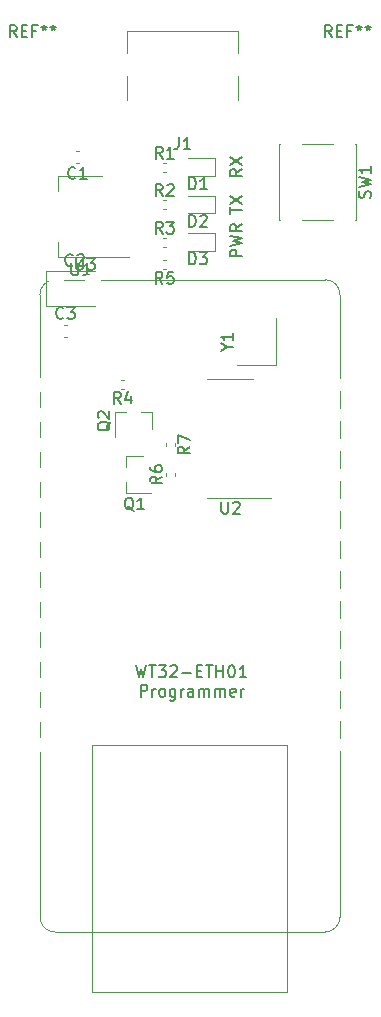
<source format=gto>
G04 #@! TF.GenerationSoftware,KiCad,Pcbnew,5.1.10-88a1d61d58~88~ubuntu20.04.1*
G04 #@! TF.CreationDate,2021-06-06T21:07:58+02:00*
G04 #@! TF.ProjectId,wt32-eth01-programmer,77743332-2d65-4746-9830-312d70726f67,rev?*
G04 #@! TF.SameCoordinates,Original*
G04 #@! TF.FileFunction,Legend,Top*
G04 #@! TF.FilePolarity,Positive*
%FSLAX46Y46*%
G04 Gerber Fmt 4.6, Leading zero omitted, Abs format (unit mm)*
G04 Created by KiCad (PCBNEW 5.1.10-88a1d61d58~88~ubuntu20.04.1) date 2021-06-06 21:07:58*
%MOMM*%
%LPD*%
G01*
G04 APERTURE LIST*
%ADD10C,0.150000*%
%ADD11C,0.120000*%
%ADD12C,2.200000*%
%ADD13R,1.300000X1.550000*%
%ADD14R,1.200000X1.400000*%
%ADD15O,3.048000X1.524000*%
%ADD16C,2.032000*%
%ADD17R,2.000000X1.500000*%
%ADD18R,2.000000X3.800000*%
%ADD19R,0.800000X0.900000*%
%ADD20R,0.900000X0.800000*%
%ADD21R,0.600000X1.450000*%
%ADD22R,0.300000X1.450000*%
%ADD23O,1.000000X2.100000*%
%ADD24C,0.650000*%
%ADD25O,1.000000X1.600000*%
G04 APERTURE END LIST*
D10*
X62111523Y-97433380D02*
X62349619Y-98433380D01*
X62540095Y-97719095D01*
X62730571Y-98433380D01*
X62968666Y-97433380D01*
X63206761Y-97433380D02*
X63778190Y-97433380D01*
X63492476Y-98433380D02*
X63492476Y-97433380D01*
X64016285Y-97433380D02*
X64635333Y-97433380D01*
X64302000Y-97814333D01*
X64444857Y-97814333D01*
X64540095Y-97861952D01*
X64587714Y-97909571D01*
X64635333Y-98004809D01*
X64635333Y-98242904D01*
X64587714Y-98338142D01*
X64540095Y-98385761D01*
X64444857Y-98433380D01*
X64159142Y-98433380D01*
X64063904Y-98385761D01*
X64016285Y-98338142D01*
X65016285Y-97528619D02*
X65063904Y-97481000D01*
X65159142Y-97433380D01*
X65397238Y-97433380D01*
X65492476Y-97481000D01*
X65540095Y-97528619D01*
X65587714Y-97623857D01*
X65587714Y-97719095D01*
X65540095Y-97861952D01*
X64968666Y-98433380D01*
X65587714Y-98433380D01*
X66016285Y-98052428D02*
X66778190Y-98052428D01*
X67254380Y-97909571D02*
X67587714Y-97909571D01*
X67730571Y-98433380D02*
X67254380Y-98433380D01*
X67254380Y-97433380D01*
X67730571Y-97433380D01*
X68016285Y-97433380D02*
X68587714Y-97433380D01*
X68302000Y-98433380D02*
X68302000Y-97433380D01*
X68921047Y-98433380D02*
X68921047Y-97433380D01*
X68921047Y-97909571D02*
X69492476Y-97909571D01*
X69492476Y-98433380D02*
X69492476Y-97433380D01*
X70159142Y-97433380D02*
X70254380Y-97433380D01*
X70349619Y-97481000D01*
X70397238Y-97528619D01*
X70444857Y-97623857D01*
X70492476Y-97814333D01*
X70492476Y-98052428D01*
X70444857Y-98242904D01*
X70397238Y-98338142D01*
X70349619Y-98385761D01*
X70254380Y-98433380D01*
X70159142Y-98433380D01*
X70063904Y-98385761D01*
X70016285Y-98338142D01*
X69968666Y-98242904D01*
X69921047Y-98052428D01*
X69921047Y-97814333D01*
X69968666Y-97623857D01*
X70016285Y-97528619D01*
X70063904Y-97481000D01*
X70159142Y-97433380D01*
X71444857Y-98433380D02*
X70873428Y-98433380D01*
X71159142Y-98433380D02*
X71159142Y-97433380D01*
X71063904Y-97576238D01*
X70968666Y-97671476D01*
X70873428Y-97719095D01*
X62492476Y-100083380D02*
X62492476Y-99083380D01*
X62873428Y-99083380D01*
X62968666Y-99131000D01*
X63016285Y-99178619D01*
X63063904Y-99273857D01*
X63063904Y-99416714D01*
X63016285Y-99511952D01*
X62968666Y-99559571D01*
X62873428Y-99607190D01*
X62492476Y-99607190D01*
X63492476Y-100083380D02*
X63492476Y-99416714D01*
X63492476Y-99607190D02*
X63540095Y-99511952D01*
X63587714Y-99464333D01*
X63682952Y-99416714D01*
X63778190Y-99416714D01*
X64254380Y-100083380D02*
X64159142Y-100035761D01*
X64111523Y-99988142D01*
X64063904Y-99892904D01*
X64063904Y-99607190D01*
X64111523Y-99511952D01*
X64159142Y-99464333D01*
X64254380Y-99416714D01*
X64397238Y-99416714D01*
X64492476Y-99464333D01*
X64540095Y-99511952D01*
X64587714Y-99607190D01*
X64587714Y-99892904D01*
X64540095Y-99988142D01*
X64492476Y-100035761D01*
X64397238Y-100083380D01*
X64254380Y-100083380D01*
X65444857Y-99416714D02*
X65444857Y-100226238D01*
X65397238Y-100321476D01*
X65349619Y-100369095D01*
X65254380Y-100416714D01*
X65111523Y-100416714D01*
X65016285Y-100369095D01*
X65444857Y-100035761D02*
X65349619Y-100083380D01*
X65159142Y-100083380D01*
X65063904Y-100035761D01*
X65016285Y-99988142D01*
X64968666Y-99892904D01*
X64968666Y-99607190D01*
X65016285Y-99511952D01*
X65063904Y-99464333D01*
X65159142Y-99416714D01*
X65349619Y-99416714D01*
X65444857Y-99464333D01*
X65921047Y-100083380D02*
X65921047Y-99416714D01*
X65921047Y-99607190D02*
X65968666Y-99511952D01*
X66016285Y-99464333D01*
X66111523Y-99416714D01*
X66206761Y-99416714D01*
X66968666Y-100083380D02*
X66968666Y-99559571D01*
X66921047Y-99464333D01*
X66825809Y-99416714D01*
X66635333Y-99416714D01*
X66540095Y-99464333D01*
X66968666Y-100035761D02*
X66873428Y-100083380D01*
X66635333Y-100083380D01*
X66540095Y-100035761D01*
X66492476Y-99940523D01*
X66492476Y-99845285D01*
X66540095Y-99750047D01*
X66635333Y-99702428D01*
X66873428Y-99702428D01*
X66968666Y-99654809D01*
X67444857Y-100083380D02*
X67444857Y-99416714D01*
X67444857Y-99511952D02*
X67492476Y-99464333D01*
X67587714Y-99416714D01*
X67730571Y-99416714D01*
X67825809Y-99464333D01*
X67873428Y-99559571D01*
X67873428Y-100083380D01*
X67873428Y-99559571D02*
X67921047Y-99464333D01*
X68016285Y-99416714D01*
X68159142Y-99416714D01*
X68254380Y-99464333D01*
X68302000Y-99559571D01*
X68302000Y-100083380D01*
X68778190Y-100083380D02*
X68778190Y-99416714D01*
X68778190Y-99511952D02*
X68825809Y-99464333D01*
X68921047Y-99416714D01*
X69063904Y-99416714D01*
X69159142Y-99464333D01*
X69206761Y-99559571D01*
X69206761Y-100083380D01*
X69206761Y-99559571D02*
X69254380Y-99464333D01*
X69349619Y-99416714D01*
X69492476Y-99416714D01*
X69587714Y-99464333D01*
X69635333Y-99559571D01*
X69635333Y-100083380D01*
X70492476Y-100035761D02*
X70397238Y-100083380D01*
X70206761Y-100083380D01*
X70111523Y-100035761D01*
X70063904Y-99940523D01*
X70063904Y-99559571D01*
X70111523Y-99464333D01*
X70206761Y-99416714D01*
X70397238Y-99416714D01*
X70492476Y-99464333D01*
X70540095Y-99559571D01*
X70540095Y-99654809D01*
X70063904Y-99750047D01*
X70968666Y-100083380D02*
X70968666Y-99416714D01*
X70968666Y-99607190D02*
X71016285Y-99511952D01*
X71063904Y-99464333D01*
X71159142Y-99416714D01*
X71254380Y-99416714D01*
X70064380Y-59181904D02*
X70064380Y-58610476D01*
X71064380Y-58896190D02*
X70064380Y-58896190D01*
X70064380Y-58372380D02*
X71064380Y-57705714D01*
X70064380Y-57705714D02*
X71064380Y-58372380D01*
X71064380Y-55411666D02*
X70588190Y-55745000D01*
X71064380Y-55983095D02*
X70064380Y-55983095D01*
X70064380Y-55602142D01*
X70112000Y-55506904D01*
X70159619Y-55459285D01*
X70254857Y-55411666D01*
X70397714Y-55411666D01*
X70492952Y-55459285D01*
X70540571Y-55506904D01*
X70588190Y-55602142D01*
X70588190Y-55983095D01*
X70064380Y-55078333D02*
X71064380Y-54411666D01*
X70064380Y-54411666D02*
X71064380Y-55078333D01*
X71064380Y-62801333D02*
X70064380Y-62801333D01*
X70064380Y-62420380D01*
X70112000Y-62325142D01*
X70159619Y-62277523D01*
X70254857Y-62229904D01*
X70397714Y-62229904D01*
X70492952Y-62277523D01*
X70540571Y-62325142D01*
X70588190Y-62420380D01*
X70588190Y-62801333D01*
X70064380Y-61896571D02*
X71064380Y-61658476D01*
X70350095Y-61468000D01*
X71064380Y-61277523D01*
X70064380Y-61039428D01*
X71064380Y-60087047D02*
X70588190Y-60420380D01*
X71064380Y-60658476D02*
X70064380Y-60658476D01*
X70064380Y-60277523D01*
X70112000Y-60182285D01*
X70159619Y-60134666D01*
X70254857Y-60087047D01*
X70397714Y-60087047D01*
X70492952Y-60134666D01*
X70540571Y-60182285D01*
X70588190Y-60277523D01*
X70588190Y-60658476D01*
D11*
X80700000Y-59745000D02*
X80670000Y-59745000D01*
X74240000Y-59745000D02*
X74270000Y-59745000D01*
X74240000Y-53285000D02*
X74270000Y-53285000D01*
X80670000Y-53285000D02*
X80700000Y-53285000D01*
X78770000Y-59745000D02*
X76170000Y-59745000D01*
X80700000Y-53285000D02*
X80700000Y-59745000D01*
X78770000Y-53285000D02*
X76170000Y-53285000D01*
X74240000Y-53285000D02*
X74240000Y-59745000D01*
X70652000Y-72020000D02*
X73952000Y-72020000D01*
X73952000Y-72020000D02*
X73952000Y-68020000D01*
X53975000Y-66040000D02*
X53975000Y-118745000D01*
X55245000Y-120015000D02*
X78105000Y-120015000D01*
X79375000Y-118745000D02*
X79375000Y-66040000D01*
X78105000Y-64770000D02*
X55245000Y-64770000D01*
X58420000Y-125095000D02*
X58420000Y-104140000D01*
X58420000Y-104140000D02*
X74930000Y-104140000D01*
X74930000Y-104140000D02*
X74930000Y-125095000D01*
X74930000Y-125095000D02*
X58420000Y-125095000D01*
X78105000Y-64770000D02*
G75*
G02*
X79375000Y-66040000I0J-1270000D01*
G01*
X53975000Y-66040000D02*
G75*
G02*
X55245000Y-64770000I1270000J0D01*
G01*
X79375000Y-118745000D02*
G75*
G02*
X78105000Y-120015000I-1270000J0D01*
G01*
X55245000Y-120015000D02*
G75*
G02*
X53975000Y-118745000I0J1270000D01*
G01*
X70104000Y-73172000D02*
X68154000Y-73172000D01*
X70104000Y-73172000D02*
X72054000Y-73172000D01*
X70104000Y-83292000D02*
X68154000Y-83292000D01*
X70104000Y-83292000D02*
X73554000Y-83292000D01*
X55494000Y-56026000D02*
X55494000Y-57286000D01*
X55494000Y-62846000D02*
X55494000Y-61586000D01*
X59254000Y-56026000D02*
X55494000Y-56026000D01*
X61504000Y-62846000D02*
X55494000Y-62846000D01*
X65404000Y-78588359D02*
X65404000Y-78895641D01*
X64644000Y-78588359D02*
X64644000Y-78895641D01*
X64644000Y-81431641D02*
X64644000Y-81124359D01*
X65404000Y-81431641D02*
X65404000Y-81124359D01*
X64667641Y-63880000D02*
X64360359Y-63880000D01*
X64667641Y-63120000D02*
X64360359Y-63120000D01*
X61115641Y-74040000D02*
X60808359Y-74040000D01*
X61115641Y-73280000D02*
X60808359Y-73280000D01*
X64364359Y-61215000D02*
X64671641Y-61215000D01*
X64364359Y-61975000D02*
X64671641Y-61975000D01*
X64364359Y-58040000D02*
X64671641Y-58040000D01*
X64364359Y-58800000D02*
X64671641Y-58800000D01*
X64364359Y-54865000D02*
X64671641Y-54865000D01*
X64364359Y-55625000D02*
X64671641Y-55625000D01*
X63490000Y-75964000D02*
X62560000Y-75964000D01*
X60330000Y-75964000D02*
X61260000Y-75964000D01*
X60330000Y-75964000D02*
X60330000Y-78124000D01*
X63490000Y-75964000D02*
X63490000Y-77424000D01*
X61232000Y-79700000D02*
X61232000Y-80630000D01*
X61232000Y-82860000D02*
X61232000Y-81930000D01*
X61232000Y-82860000D02*
X63392000Y-82860000D01*
X61232000Y-79700000D02*
X62692000Y-79700000D01*
X70740000Y-45625000D02*
X70740000Y-43725000D01*
X70740000Y-49525000D02*
X70740000Y-47525000D01*
X61340000Y-45625000D02*
X61340000Y-43725000D01*
X61340000Y-49525000D02*
X61340000Y-47525000D01*
X70740000Y-43725000D02*
X61340000Y-43725000D01*
X66535500Y-62330000D02*
X68820500Y-62330000D01*
X68820500Y-62330000D02*
X68820500Y-60860000D01*
X68820500Y-60860000D02*
X66535500Y-60860000D01*
X66535500Y-59155000D02*
X68820500Y-59155000D01*
X68820500Y-59155000D02*
X68820500Y-57685000D01*
X68820500Y-57685000D02*
X66535500Y-57685000D01*
X66535500Y-55980000D02*
X68820500Y-55980000D01*
X68820500Y-55980000D02*
X68820500Y-54510000D01*
X68820500Y-54510000D02*
X66535500Y-54510000D01*
X55980420Y-68578000D02*
X56261580Y-68578000D01*
X55980420Y-69598000D02*
X56261580Y-69598000D01*
X58659500Y-64022000D02*
X54449500Y-64022000D01*
X54449500Y-64022000D02*
X54449500Y-67042000D01*
X54449500Y-67042000D02*
X58659500Y-67042000D01*
X57277580Y-54866000D02*
X56996420Y-54866000D01*
X57277580Y-53846000D02*
X56996420Y-53846000D01*
D10*
X52006666Y-44242380D02*
X51673333Y-43766190D01*
X51435238Y-44242380D02*
X51435238Y-43242380D01*
X51816190Y-43242380D01*
X51911428Y-43290000D01*
X51959047Y-43337619D01*
X52006666Y-43432857D01*
X52006666Y-43575714D01*
X51959047Y-43670952D01*
X51911428Y-43718571D01*
X51816190Y-43766190D01*
X51435238Y-43766190D01*
X52435238Y-43718571D02*
X52768571Y-43718571D01*
X52911428Y-44242380D02*
X52435238Y-44242380D01*
X52435238Y-43242380D01*
X52911428Y-43242380D01*
X53673333Y-43718571D02*
X53340000Y-43718571D01*
X53340000Y-44242380D02*
X53340000Y-43242380D01*
X53816190Y-43242380D01*
X54340000Y-43242380D02*
X54340000Y-43480476D01*
X54101904Y-43385238D02*
X54340000Y-43480476D01*
X54578095Y-43385238D01*
X54197142Y-43670952D02*
X54340000Y-43480476D01*
X54482857Y-43670952D01*
X55101904Y-43242380D02*
X55101904Y-43480476D01*
X54863809Y-43385238D02*
X55101904Y-43480476D01*
X55340000Y-43385238D01*
X54959047Y-43670952D02*
X55101904Y-43480476D01*
X55244761Y-43670952D01*
X78676666Y-44242380D02*
X78343333Y-43766190D01*
X78105238Y-44242380D02*
X78105238Y-43242380D01*
X78486190Y-43242380D01*
X78581428Y-43290000D01*
X78629047Y-43337619D01*
X78676666Y-43432857D01*
X78676666Y-43575714D01*
X78629047Y-43670952D01*
X78581428Y-43718571D01*
X78486190Y-43766190D01*
X78105238Y-43766190D01*
X79105238Y-43718571D02*
X79438571Y-43718571D01*
X79581428Y-44242380D02*
X79105238Y-44242380D01*
X79105238Y-43242380D01*
X79581428Y-43242380D01*
X80343333Y-43718571D02*
X80010000Y-43718571D01*
X80010000Y-44242380D02*
X80010000Y-43242380D01*
X80486190Y-43242380D01*
X81010000Y-43242380D02*
X81010000Y-43480476D01*
X80771904Y-43385238D02*
X81010000Y-43480476D01*
X81248095Y-43385238D01*
X80867142Y-43670952D02*
X81010000Y-43480476D01*
X81152857Y-43670952D01*
X81771904Y-43242380D02*
X81771904Y-43480476D01*
X81533809Y-43385238D02*
X81771904Y-43480476D01*
X82010000Y-43385238D01*
X81629047Y-43670952D02*
X81771904Y-43480476D01*
X81914761Y-43670952D01*
X81924761Y-57848333D02*
X81972380Y-57705476D01*
X81972380Y-57467380D01*
X81924761Y-57372142D01*
X81877142Y-57324523D01*
X81781904Y-57276904D01*
X81686666Y-57276904D01*
X81591428Y-57324523D01*
X81543809Y-57372142D01*
X81496190Y-57467380D01*
X81448571Y-57657857D01*
X81400952Y-57753095D01*
X81353333Y-57800714D01*
X81258095Y-57848333D01*
X81162857Y-57848333D01*
X81067619Y-57800714D01*
X81020000Y-57753095D01*
X80972380Y-57657857D01*
X80972380Y-57419761D01*
X81020000Y-57276904D01*
X80972380Y-56943571D02*
X81972380Y-56705476D01*
X81258095Y-56515000D01*
X81972380Y-56324523D01*
X80972380Y-56086428D01*
X81972380Y-55181666D02*
X81972380Y-55753095D01*
X81972380Y-55467380D02*
X80972380Y-55467380D01*
X81115238Y-55562619D01*
X81210476Y-55657857D01*
X81258095Y-55753095D01*
X69828190Y-70496190D02*
X70304380Y-70496190D01*
X69304380Y-70829523D02*
X69828190Y-70496190D01*
X69304380Y-70162857D01*
X70304380Y-69305714D02*
X70304380Y-69877142D01*
X70304380Y-69591428D02*
X69304380Y-69591428D01*
X69447238Y-69686666D01*
X69542476Y-69781904D01*
X69590095Y-69877142D01*
X57023095Y-62952380D02*
X57023095Y-63761904D01*
X57070714Y-63857142D01*
X57118333Y-63904761D01*
X57213571Y-63952380D01*
X57404047Y-63952380D01*
X57499285Y-63904761D01*
X57546904Y-63857142D01*
X57594523Y-63761904D01*
X57594523Y-62952380D01*
X57975476Y-62952380D02*
X58594523Y-62952380D01*
X58261190Y-63333333D01*
X58404047Y-63333333D01*
X58499285Y-63380952D01*
X58546904Y-63428571D01*
X58594523Y-63523809D01*
X58594523Y-63761904D01*
X58546904Y-63857142D01*
X58499285Y-63904761D01*
X58404047Y-63952380D01*
X58118333Y-63952380D01*
X58023095Y-63904761D01*
X57975476Y-63857142D01*
X69342095Y-83584380D02*
X69342095Y-84393904D01*
X69389714Y-84489142D01*
X69437333Y-84536761D01*
X69532571Y-84584380D01*
X69723047Y-84584380D01*
X69818285Y-84536761D01*
X69865904Y-84489142D01*
X69913523Y-84393904D01*
X69913523Y-83584380D01*
X70342095Y-83679619D02*
X70389714Y-83632000D01*
X70484952Y-83584380D01*
X70723047Y-83584380D01*
X70818285Y-83632000D01*
X70865904Y-83679619D01*
X70913523Y-83774857D01*
X70913523Y-83870095D01*
X70865904Y-84012952D01*
X70294476Y-84584380D01*
X70913523Y-84584380D01*
X56642095Y-63388380D02*
X56642095Y-64197904D01*
X56689714Y-64293142D01*
X56737333Y-64340761D01*
X56832571Y-64388380D01*
X57023047Y-64388380D01*
X57118285Y-64340761D01*
X57165904Y-64293142D01*
X57213523Y-64197904D01*
X57213523Y-63388380D01*
X58213523Y-64388380D02*
X57642095Y-64388380D01*
X57927809Y-64388380D02*
X57927809Y-63388380D01*
X57832571Y-63531238D01*
X57737333Y-63626476D01*
X57642095Y-63674095D01*
X66646380Y-78908666D02*
X66170190Y-79242000D01*
X66646380Y-79480095D02*
X65646380Y-79480095D01*
X65646380Y-79099142D01*
X65694000Y-79003904D01*
X65741619Y-78956285D01*
X65836857Y-78908666D01*
X65979714Y-78908666D01*
X66074952Y-78956285D01*
X66122571Y-79003904D01*
X66170190Y-79099142D01*
X66170190Y-79480095D01*
X65646380Y-78575333D02*
X65646380Y-77908666D01*
X66646380Y-78337238D01*
X64306380Y-81444666D02*
X63830190Y-81778000D01*
X64306380Y-82016095D02*
X63306380Y-82016095D01*
X63306380Y-81635142D01*
X63354000Y-81539904D01*
X63401619Y-81492285D01*
X63496857Y-81444666D01*
X63639714Y-81444666D01*
X63734952Y-81492285D01*
X63782571Y-81539904D01*
X63830190Y-81635142D01*
X63830190Y-82016095D01*
X63306380Y-80587523D02*
X63306380Y-80778000D01*
X63354000Y-80873238D01*
X63401619Y-80920857D01*
X63544476Y-81016095D01*
X63734952Y-81063714D01*
X64115904Y-81063714D01*
X64211142Y-81016095D01*
X64258761Y-80968476D01*
X64306380Y-80873238D01*
X64306380Y-80682761D01*
X64258761Y-80587523D01*
X64211142Y-80539904D01*
X64115904Y-80492285D01*
X63877809Y-80492285D01*
X63782571Y-80539904D01*
X63734952Y-80587523D01*
X63687333Y-80682761D01*
X63687333Y-80873238D01*
X63734952Y-80968476D01*
X63782571Y-81016095D01*
X63877809Y-81063714D01*
X64347333Y-65122380D02*
X64014000Y-64646190D01*
X63775904Y-65122380D02*
X63775904Y-64122380D01*
X64156857Y-64122380D01*
X64252095Y-64170000D01*
X64299714Y-64217619D01*
X64347333Y-64312857D01*
X64347333Y-64455714D01*
X64299714Y-64550952D01*
X64252095Y-64598571D01*
X64156857Y-64646190D01*
X63775904Y-64646190D01*
X65252095Y-64122380D02*
X64775904Y-64122380D01*
X64728285Y-64598571D01*
X64775904Y-64550952D01*
X64871142Y-64503333D01*
X65109238Y-64503333D01*
X65204476Y-64550952D01*
X65252095Y-64598571D01*
X65299714Y-64693809D01*
X65299714Y-64931904D01*
X65252095Y-65027142D01*
X65204476Y-65074761D01*
X65109238Y-65122380D01*
X64871142Y-65122380D01*
X64775904Y-65074761D01*
X64728285Y-65027142D01*
X60795333Y-75282380D02*
X60462000Y-74806190D01*
X60223904Y-75282380D02*
X60223904Y-74282380D01*
X60604857Y-74282380D01*
X60700095Y-74330000D01*
X60747714Y-74377619D01*
X60795333Y-74472857D01*
X60795333Y-74615714D01*
X60747714Y-74710952D01*
X60700095Y-74758571D01*
X60604857Y-74806190D01*
X60223904Y-74806190D01*
X61652476Y-74615714D02*
X61652476Y-75282380D01*
X61414380Y-74234761D02*
X61176285Y-74949047D01*
X61795333Y-74949047D01*
X64351333Y-60877380D02*
X64018000Y-60401190D01*
X63779904Y-60877380D02*
X63779904Y-59877380D01*
X64160857Y-59877380D01*
X64256095Y-59925000D01*
X64303714Y-59972619D01*
X64351333Y-60067857D01*
X64351333Y-60210714D01*
X64303714Y-60305952D01*
X64256095Y-60353571D01*
X64160857Y-60401190D01*
X63779904Y-60401190D01*
X64684666Y-59877380D02*
X65303714Y-59877380D01*
X64970380Y-60258333D01*
X65113238Y-60258333D01*
X65208476Y-60305952D01*
X65256095Y-60353571D01*
X65303714Y-60448809D01*
X65303714Y-60686904D01*
X65256095Y-60782142D01*
X65208476Y-60829761D01*
X65113238Y-60877380D01*
X64827523Y-60877380D01*
X64732285Y-60829761D01*
X64684666Y-60782142D01*
X64351333Y-57702380D02*
X64018000Y-57226190D01*
X63779904Y-57702380D02*
X63779904Y-56702380D01*
X64160857Y-56702380D01*
X64256095Y-56750000D01*
X64303714Y-56797619D01*
X64351333Y-56892857D01*
X64351333Y-57035714D01*
X64303714Y-57130952D01*
X64256095Y-57178571D01*
X64160857Y-57226190D01*
X63779904Y-57226190D01*
X64732285Y-56797619D02*
X64779904Y-56750000D01*
X64875142Y-56702380D01*
X65113238Y-56702380D01*
X65208476Y-56750000D01*
X65256095Y-56797619D01*
X65303714Y-56892857D01*
X65303714Y-56988095D01*
X65256095Y-57130952D01*
X64684666Y-57702380D01*
X65303714Y-57702380D01*
X64351333Y-54527380D02*
X64018000Y-54051190D01*
X63779904Y-54527380D02*
X63779904Y-53527380D01*
X64160857Y-53527380D01*
X64256095Y-53575000D01*
X64303714Y-53622619D01*
X64351333Y-53717857D01*
X64351333Y-53860714D01*
X64303714Y-53955952D01*
X64256095Y-54003571D01*
X64160857Y-54051190D01*
X63779904Y-54051190D01*
X65303714Y-54527380D02*
X64732285Y-54527380D01*
X65018000Y-54527380D02*
X65018000Y-53527380D01*
X64922761Y-53670238D01*
X64827523Y-53765476D01*
X64732285Y-53813095D01*
X59957619Y-76819238D02*
X59910000Y-76914476D01*
X59814761Y-77009714D01*
X59671904Y-77152571D01*
X59624285Y-77247809D01*
X59624285Y-77343047D01*
X59862380Y-77295428D02*
X59814761Y-77390666D01*
X59719523Y-77485904D01*
X59529047Y-77533523D01*
X59195714Y-77533523D01*
X59005238Y-77485904D01*
X58910000Y-77390666D01*
X58862380Y-77295428D01*
X58862380Y-77104952D01*
X58910000Y-77009714D01*
X59005238Y-76914476D01*
X59195714Y-76866857D01*
X59529047Y-76866857D01*
X59719523Y-76914476D01*
X59814761Y-77009714D01*
X59862380Y-77104952D01*
X59862380Y-77295428D01*
X58957619Y-76485904D02*
X58910000Y-76438285D01*
X58862380Y-76343047D01*
X58862380Y-76104952D01*
X58910000Y-76009714D01*
X58957619Y-75962095D01*
X59052857Y-75914476D01*
X59148095Y-75914476D01*
X59290952Y-75962095D01*
X59862380Y-76533523D01*
X59862380Y-75914476D01*
X61896761Y-84327619D02*
X61801523Y-84280000D01*
X61706285Y-84184761D01*
X61563428Y-84041904D01*
X61468190Y-83994285D01*
X61372952Y-83994285D01*
X61420571Y-84232380D02*
X61325333Y-84184761D01*
X61230095Y-84089523D01*
X61182476Y-83899047D01*
X61182476Y-83565714D01*
X61230095Y-83375238D01*
X61325333Y-83280000D01*
X61420571Y-83232380D01*
X61611047Y-83232380D01*
X61706285Y-83280000D01*
X61801523Y-83375238D01*
X61849142Y-83565714D01*
X61849142Y-83899047D01*
X61801523Y-84089523D01*
X61706285Y-84184761D01*
X61611047Y-84232380D01*
X61420571Y-84232380D01*
X62801523Y-84232380D02*
X62230095Y-84232380D01*
X62515809Y-84232380D02*
X62515809Y-83232380D01*
X62420571Y-83375238D01*
X62325333Y-83470476D01*
X62230095Y-83518095D01*
X65706666Y-52722380D02*
X65706666Y-53436666D01*
X65659047Y-53579523D01*
X65563809Y-53674761D01*
X65420952Y-53722380D01*
X65325714Y-53722380D01*
X66706666Y-53722380D02*
X66135238Y-53722380D01*
X66420952Y-53722380D02*
X66420952Y-52722380D01*
X66325714Y-52865238D01*
X66230476Y-52960476D01*
X66135238Y-53008095D01*
X66597404Y-63477380D02*
X66597404Y-62477380D01*
X66835500Y-62477380D01*
X66978357Y-62525000D01*
X67073595Y-62620238D01*
X67121214Y-62715476D01*
X67168833Y-62905952D01*
X67168833Y-63048809D01*
X67121214Y-63239285D01*
X67073595Y-63334523D01*
X66978357Y-63429761D01*
X66835500Y-63477380D01*
X66597404Y-63477380D01*
X67502166Y-62477380D02*
X68121214Y-62477380D01*
X67787880Y-62858333D01*
X67930738Y-62858333D01*
X68025976Y-62905952D01*
X68073595Y-62953571D01*
X68121214Y-63048809D01*
X68121214Y-63286904D01*
X68073595Y-63382142D01*
X68025976Y-63429761D01*
X67930738Y-63477380D01*
X67645023Y-63477380D01*
X67549785Y-63429761D01*
X67502166Y-63382142D01*
X66597404Y-60302380D02*
X66597404Y-59302380D01*
X66835500Y-59302380D01*
X66978357Y-59350000D01*
X67073595Y-59445238D01*
X67121214Y-59540476D01*
X67168833Y-59730952D01*
X67168833Y-59873809D01*
X67121214Y-60064285D01*
X67073595Y-60159523D01*
X66978357Y-60254761D01*
X66835500Y-60302380D01*
X66597404Y-60302380D01*
X67549785Y-59397619D02*
X67597404Y-59350000D01*
X67692642Y-59302380D01*
X67930738Y-59302380D01*
X68025976Y-59350000D01*
X68073595Y-59397619D01*
X68121214Y-59492857D01*
X68121214Y-59588095D01*
X68073595Y-59730952D01*
X67502166Y-60302380D01*
X68121214Y-60302380D01*
X66597404Y-57127380D02*
X66597404Y-56127380D01*
X66835500Y-56127380D01*
X66978357Y-56175000D01*
X67073595Y-56270238D01*
X67121214Y-56365476D01*
X67168833Y-56555952D01*
X67168833Y-56698809D01*
X67121214Y-56889285D01*
X67073595Y-56984523D01*
X66978357Y-57079761D01*
X66835500Y-57127380D01*
X66597404Y-57127380D01*
X68121214Y-57127380D02*
X67549785Y-57127380D01*
X67835500Y-57127380D02*
X67835500Y-56127380D01*
X67740261Y-56270238D01*
X67645023Y-56365476D01*
X67549785Y-56413095D01*
X55954333Y-68015142D02*
X55906714Y-68062761D01*
X55763857Y-68110380D01*
X55668619Y-68110380D01*
X55525761Y-68062761D01*
X55430523Y-67967523D01*
X55382904Y-67872285D01*
X55335285Y-67681809D01*
X55335285Y-67538952D01*
X55382904Y-67348476D01*
X55430523Y-67253238D01*
X55525761Y-67158000D01*
X55668619Y-67110380D01*
X55763857Y-67110380D01*
X55906714Y-67158000D01*
X55954333Y-67205619D01*
X56287666Y-67110380D02*
X56906714Y-67110380D01*
X56573380Y-67491333D01*
X56716238Y-67491333D01*
X56811476Y-67538952D01*
X56859095Y-67586571D01*
X56906714Y-67681809D01*
X56906714Y-67919904D01*
X56859095Y-68015142D01*
X56811476Y-68062761D01*
X56716238Y-68110380D01*
X56430523Y-68110380D01*
X56335285Y-68062761D01*
X56287666Y-68015142D01*
X56742833Y-63539142D02*
X56695214Y-63586761D01*
X56552357Y-63634380D01*
X56457119Y-63634380D01*
X56314261Y-63586761D01*
X56219023Y-63491523D01*
X56171404Y-63396285D01*
X56123785Y-63205809D01*
X56123785Y-63062952D01*
X56171404Y-62872476D01*
X56219023Y-62777238D01*
X56314261Y-62682000D01*
X56457119Y-62634380D01*
X56552357Y-62634380D01*
X56695214Y-62682000D01*
X56742833Y-62729619D01*
X57123785Y-62729619D02*
X57171404Y-62682000D01*
X57266642Y-62634380D01*
X57504738Y-62634380D01*
X57599976Y-62682000D01*
X57647595Y-62729619D01*
X57695214Y-62824857D01*
X57695214Y-62920095D01*
X57647595Y-63062952D01*
X57076166Y-63634380D01*
X57695214Y-63634380D01*
X56970333Y-56143142D02*
X56922714Y-56190761D01*
X56779857Y-56238380D01*
X56684619Y-56238380D01*
X56541761Y-56190761D01*
X56446523Y-56095523D01*
X56398904Y-56000285D01*
X56351285Y-55809809D01*
X56351285Y-55666952D01*
X56398904Y-55476476D01*
X56446523Y-55381238D01*
X56541761Y-55286000D01*
X56684619Y-55238380D01*
X56779857Y-55238380D01*
X56922714Y-55286000D01*
X56970333Y-55333619D01*
X57922714Y-56238380D02*
X57351285Y-56238380D01*
X57637000Y-56238380D02*
X57637000Y-55238380D01*
X57541761Y-55381238D01*
X57446523Y-55476476D01*
X57351285Y-55524095D01*
%LPC*%
D12*
X53340000Y-46990000D03*
X80010000Y-46990000D03*
D13*
X75220000Y-60490000D03*
X79720000Y-60490000D03*
X79720000Y-52540000D03*
X75220000Y-52540000D03*
D14*
X71452000Y-71120000D03*
X71452000Y-68920000D03*
X73152000Y-68920000D03*
X73152000Y-71120000D03*
D15*
X78105000Y-104140000D03*
X78105000Y-73660000D03*
X78105000Y-76200000D03*
X78105000Y-78740000D03*
X78105000Y-81280000D03*
X78105000Y-83820000D03*
X78105000Y-86360000D03*
X78105000Y-88900000D03*
X78105000Y-91440000D03*
X78105000Y-93980000D03*
X78105000Y-96520000D03*
X78105000Y-99060000D03*
X78105000Y-101600000D03*
X55245000Y-104140000D03*
X55245000Y-101600000D03*
X55245000Y-99060000D03*
X55245000Y-96520000D03*
X55245000Y-93980000D03*
X55245000Y-91440000D03*
X55245000Y-88900000D03*
X55245000Y-86360000D03*
X55245000Y-83820000D03*
X55245000Y-81280000D03*
X55245000Y-78740000D03*
X55245000Y-76200000D03*
X55245000Y-73660000D03*
D16*
X78105000Y-118745000D03*
X55245000Y-118745000D03*
G36*
G01*
X68604000Y-82527000D02*
X68604000Y-82827000D01*
G75*
G02*
X68454000Y-82977000I-150000J0D01*
G01*
X66804000Y-82977000D01*
G75*
G02*
X66654000Y-82827000I0J150000D01*
G01*
X66654000Y-82527000D01*
G75*
G02*
X66804000Y-82377000I150000J0D01*
G01*
X68454000Y-82377000D01*
G75*
G02*
X68604000Y-82527000I0J-150000D01*
G01*
G37*
G36*
G01*
X68604000Y-81257000D02*
X68604000Y-81557000D01*
G75*
G02*
X68454000Y-81707000I-150000J0D01*
G01*
X66804000Y-81707000D01*
G75*
G02*
X66654000Y-81557000I0J150000D01*
G01*
X66654000Y-81257000D01*
G75*
G02*
X66804000Y-81107000I150000J0D01*
G01*
X68454000Y-81107000D01*
G75*
G02*
X68604000Y-81257000I0J-150000D01*
G01*
G37*
G36*
G01*
X68604000Y-79987000D02*
X68604000Y-80287000D01*
G75*
G02*
X68454000Y-80437000I-150000J0D01*
G01*
X66804000Y-80437000D01*
G75*
G02*
X66654000Y-80287000I0J150000D01*
G01*
X66654000Y-79987000D01*
G75*
G02*
X66804000Y-79837000I150000J0D01*
G01*
X68454000Y-79837000D01*
G75*
G02*
X68604000Y-79987000I0J-150000D01*
G01*
G37*
G36*
G01*
X68604000Y-78717000D02*
X68604000Y-79017000D01*
G75*
G02*
X68454000Y-79167000I-150000J0D01*
G01*
X66804000Y-79167000D01*
G75*
G02*
X66654000Y-79017000I0J150000D01*
G01*
X66654000Y-78717000D01*
G75*
G02*
X66804000Y-78567000I150000J0D01*
G01*
X68454000Y-78567000D01*
G75*
G02*
X68604000Y-78717000I0J-150000D01*
G01*
G37*
G36*
G01*
X68604000Y-77447000D02*
X68604000Y-77747000D01*
G75*
G02*
X68454000Y-77897000I-150000J0D01*
G01*
X66804000Y-77897000D01*
G75*
G02*
X66654000Y-77747000I0J150000D01*
G01*
X66654000Y-77447000D01*
G75*
G02*
X66804000Y-77297000I150000J0D01*
G01*
X68454000Y-77297000D01*
G75*
G02*
X68604000Y-77447000I0J-150000D01*
G01*
G37*
G36*
G01*
X68604000Y-76177000D02*
X68604000Y-76477000D01*
G75*
G02*
X68454000Y-76627000I-150000J0D01*
G01*
X66804000Y-76627000D01*
G75*
G02*
X66654000Y-76477000I0J150000D01*
G01*
X66654000Y-76177000D01*
G75*
G02*
X66804000Y-76027000I150000J0D01*
G01*
X68454000Y-76027000D01*
G75*
G02*
X68604000Y-76177000I0J-150000D01*
G01*
G37*
G36*
G01*
X68604000Y-74907000D02*
X68604000Y-75207000D01*
G75*
G02*
X68454000Y-75357000I-150000J0D01*
G01*
X66804000Y-75357000D01*
G75*
G02*
X66654000Y-75207000I0J150000D01*
G01*
X66654000Y-74907000D01*
G75*
G02*
X66804000Y-74757000I150000J0D01*
G01*
X68454000Y-74757000D01*
G75*
G02*
X68604000Y-74907000I0J-150000D01*
G01*
G37*
G36*
G01*
X68604000Y-73637000D02*
X68604000Y-73937000D01*
G75*
G02*
X68454000Y-74087000I-150000J0D01*
G01*
X66804000Y-74087000D01*
G75*
G02*
X66654000Y-73937000I0J150000D01*
G01*
X66654000Y-73637000D01*
G75*
G02*
X66804000Y-73487000I150000J0D01*
G01*
X68454000Y-73487000D01*
G75*
G02*
X68604000Y-73637000I0J-150000D01*
G01*
G37*
G36*
G01*
X73554000Y-73637000D02*
X73554000Y-73937000D01*
G75*
G02*
X73404000Y-74087000I-150000J0D01*
G01*
X71754000Y-74087000D01*
G75*
G02*
X71604000Y-73937000I0J150000D01*
G01*
X71604000Y-73637000D01*
G75*
G02*
X71754000Y-73487000I150000J0D01*
G01*
X73404000Y-73487000D01*
G75*
G02*
X73554000Y-73637000I0J-150000D01*
G01*
G37*
G36*
G01*
X73554000Y-74907000D02*
X73554000Y-75207000D01*
G75*
G02*
X73404000Y-75357000I-150000J0D01*
G01*
X71754000Y-75357000D01*
G75*
G02*
X71604000Y-75207000I0J150000D01*
G01*
X71604000Y-74907000D01*
G75*
G02*
X71754000Y-74757000I150000J0D01*
G01*
X73404000Y-74757000D01*
G75*
G02*
X73554000Y-74907000I0J-150000D01*
G01*
G37*
G36*
G01*
X73554000Y-76177000D02*
X73554000Y-76477000D01*
G75*
G02*
X73404000Y-76627000I-150000J0D01*
G01*
X71754000Y-76627000D01*
G75*
G02*
X71604000Y-76477000I0J150000D01*
G01*
X71604000Y-76177000D01*
G75*
G02*
X71754000Y-76027000I150000J0D01*
G01*
X73404000Y-76027000D01*
G75*
G02*
X73554000Y-76177000I0J-150000D01*
G01*
G37*
G36*
G01*
X73554000Y-77447000D02*
X73554000Y-77747000D01*
G75*
G02*
X73404000Y-77897000I-150000J0D01*
G01*
X71754000Y-77897000D01*
G75*
G02*
X71604000Y-77747000I0J150000D01*
G01*
X71604000Y-77447000D01*
G75*
G02*
X71754000Y-77297000I150000J0D01*
G01*
X73404000Y-77297000D01*
G75*
G02*
X73554000Y-77447000I0J-150000D01*
G01*
G37*
G36*
G01*
X73554000Y-78717000D02*
X73554000Y-79017000D01*
G75*
G02*
X73404000Y-79167000I-150000J0D01*
G01*
X71754000Y-79167000D01*
G75*
G02*
X71604000Y-79017000I0J150000D01*
G01*
X71604000Y-78717000D01*
G75*
G02*
X71754000Y-78567000I150000J0D01*
G01*
X73404000Y-78567000D01*
G75*
G02*
X73554000Y-78717000I0J-150000D01*
G01*
G37*
G36*
G01*
X73554000Y-79987000D02*
X73554000Y-80287000D01*
G75*
G02*
X73404000Y-80437000I-150000J0D01*
G01*
X71754000Y-80437000D01*
G75*
G02*
X71604000Y-80287000I0J150000D01*
G01*
X71604000Y-79987000D01*
G75*
G02*
X71754000Y-79837000I150000J0D01*
G01*
X73404000Y-79837000D01*
G75*
G02*
X73554000Y-79987000I0J-150000D01*
G01*
G37*
G36*
G01*
X73554000Y-81257000D02*
X73554000Y-81557000D01*
G75*
G02*
X73404000Y-81707000I-150000J0D01*
G01*
X71754000Y-81707000D01*
G75*
G02*
X71604000Y-81557000I0J150000D01*
G01*
X71604000Y-81257000D01*
G75*
G02*
X71754000Y-81107000I150000J0D01*
G01*
X73404000Y-81107000D01*
G75*
G02*
X73554000Y-81257000I0J-150000D01*
G01*
G37*
G36*
G01*
X73554000Y-82527000D02*
X73554000Y-82827000D01*
G75*
G02*
X73404000Y-82977000I-150000J0D01*
G01*
X71754000Y-82977000D01*
G75*
G02*
X71604000Y-82827000I0J150000D01*
G01*
X71604000Y-82527000D01*
G75*
G02*
X71754000Y-82377000I150000J0D01*
G01*
X73404000Y-82377000D01*
G75*
G02*
X73554000Y-82527000I0J-150000D01*
G01*
G37*
D17*
X60554000Y-61736000D03*
X60554000Y-57136000D03*
X60554000Y-59436000D03*
D18*
X54254000Y-59436000D03*
G36*
G01*
X64839000Y-78982000D02*
X65209000Y-78982000D01*
G75*
G02*
X65344000Y-79117000I0J-135000D01*
G01*
X65344000Y-79387000D01*
G75*
G02*
X65209000Y-79522000I-135000J0D01*
G01*
X64839000Y-79522000D01*
G75*
G02*
X64704000Y-79387000I0J135000D01*
G01*
X64704000Y-79117000D01*
G75*
G02*
X64839000Y-78982000I135000J0D01*
G01*
G37*
G36*
G01*
X64839000Y-77962000D02*
X65209000Y-77962000D01*
G75*
G02*
X65344000Y-78097000I0J-135000D01*
G01*
X65344000Y-78367000D01*
G75*
G02*
X65209000Y-78502000I-135000J0D01*
G01*
X64839000Y-78502000D01*
G75*
G02*
X64704000Y-78367000I0J135000D01*
G01*
X64704000Y-78097000D01*
G75*
G02*
X64839000Y-77962000I135000J0D01*
G01*
G37*
G36*
G01*
X65209000Y-81038000D02*
X64839000Y-81038000D01*
G75*
G02*
X64704000Y-80903000I0J135000D01*
G01*
X64704000Y-80633000D01*
G75*
G02*
X64839000Y-80498000I135000J0D01*
G01*
X65209000Y-80498000D01*
G75*
G02*
X65344000Y-80633000I0J-135000D01*
G01*
X65344000Y-80903000D01*
G75*
G02*
X65209000Y-81038000I-135000J0D01*
G01*
G37*
G36*
G01*
X65209000Y-82058000D02*
X64839000Y-82058000D01*
G75*
G02*
X64704000Y-81923000I0J135000D01*
G01*
X64704000Y-81653000D01*
G75*
G02*
X64839000Y-81518000I135000J0D01*
G01*
X65209000Y-81518000D01*
G75*
G02*
X65344000Y-81653000I0J-135000D01*
G01*
X65344000Y-81923000D01*
G75*
G02*
X65209000Y-82058000I-135000J0D01*
G01*
G37*
G36*
G01*
X64274000Y-63315000D02*
X64274000Y-63685000D01*
G75*
G02*
X64139000Y-63820000I-135000J0D01*
G01*
X63869000Y-63820000D01*
G75*
G02*
X63734000Y-63685000I0J135000D01*
G01*
X63734000Y-63315000D01*
G75*
G02*
X63869000Y-63180000I135000J0D01*
G01*
X64139000Y-63180000D01*
G75*
G02*
X64274000Y-63315000I0J-135000D01*
G01*
G37*
G36*
G01*
X65294000Y-63315000D02*
X65294000Y-63685000D01*
G75*
G02*
X65159000Y-63820000I-135000J0D01*
G01*
X64889000Y-63820000D01*
G75*
G02*
X64754000Y-63685000I0J135000D01*
G01*
X64754000Y-63315000D01*
G75*
G02*
X64889000Y-63180000I135000J0D01*
G01*
X65159000Y-63180000D01*
G75*
G02*
X65294000Y-63315000I0J-135000D01*
G01*
G37*
G36*
G01*
X60722000Y-73475000D02*
X60722000Y-73845000D01*
G75*
G02*
X60587000Y-73980000I-135000J0D01*
G01*
X60317000Y-73980000D01*
G75*
G02*
X60182000Y-73845000I0J135000D01*
G01*
X60182000Y-73475000D01*
G75*
G02*
X60317000Y-73340000I135000J0D01*
G01*
X60587000Y-73340000D01*
G75*
G02*
X60722000Y-73475000I0J-135000D01*
G01*
G37*
G36*
G01*
X61742000Y-73475000D02*
X61742000Y-73845000D01*
G75*
G02*
X61607000Y-73980000I-135000J0D01*
G01*
X61337000Y-73980000D01*
G75*
G02*
X61202000Y-73845000I0J135000D01*
G01*
X61202000Y-73475000D01*
G75*
G02*
X61337000Y-73340000I135000J0D01*
G01*
X61607000Y-73340000D01*
G75*
G02*
X61742000Y-73475000I0J-135000D01*
G01*
G37*
G36*
G01*
X64758000Y-61780000D02*
X64758000Y-61410000D01*
G75*
G02*
X64893000Y-61275000I135000J0D01*
G01*
X65163000Y-61275000D01*
G75*
G02*
X65298000Y-61410000I0J-135000D01*
G01*
X65298000Y-61780000D01*
G75*
G02*
X65163000Y-61915000I-135000J0D01*
G01*
X64893000Y-61915000D01*
G75*
G02*
X64758000Y-61780000I0J135000D01*
G01*
G37*
G36*
G01*
X63738000Y-61780000D02*
X63738000Y-61410000D01*
G75*
G02*
X63873000Y-61275000I135000J0D01*
G01*
X64143000Y-61275000D01*
G75*
G02*
X64278000Y-61410000I0J-135000D01*
G01*
X64278000Y-61780000D01*
G75*
G02*
X64143000Y-61915000I-135000J0D01*
G01*
X63873000Y-61915000D01*
G75*
G02*
X63738000Y-61780000I0J135000D01*
G01*
G37*
G36*
G01*
X64758000Y-58605000D02*
X64758000Y-58235000D01*
G75*
G02*
X64893000Y-58100000I135000J0D01*
G01*
X65163000Y-58100000D01*
G75*
G02*
X65298000Y-58235000I0J-135000D01*
G01*
X65298000Y-58605000D01*
G75*
G02*
X65163000Y-58740000I-135000J0D01*
G01*
X64893000Y-58740000D01*
G75*
G02*
X64758000Y-58605000I0J135000D01*
G01*
G37*
G36*
G01*
X63738000Y-58605000D02*
X63738000Y-58235000D01*
G75*
G02*
X63873000Y-58100000I135000J0D01*
G01*
X64143000Y-58100000D01*
G75*
G02*
X64278000Y-58235000I0J-135000D01*
G01*
X64278000Y-58605000D01*
G75*
G02*
X64143000Y-58740000I-135000J0D01*
G01*
X63873000Y-58740000D01*
G75*
G02*
X63738000Y-58605000I0J135000D01*
G01*
G37*
G36*
G01*
X64758000Y-55430000D02*
X64758000Y-55060000D01*
G75*
G02*
X64893000Y-54925000I135000J0D01*
G01*
X65163000Y-54925000D01*
G75*
G02*
X65298000Y-55060000I0J-135000D01*
G01*
X65298000Y-55430000D01*
G75*
G02*
X65163000Y-55565000I-135000J0D01*
G01*
X64893000Y-55565000D01*
G75*
G02*
X64758000Y-55430000I0J135000D01*
G01*
G37*
G36*
G01*
X63738000Y-55430000D02*
X63738000Y-55060000D01*
G75*
G02*
X63873000Y-54925000I135000J0D01*
G01*
X64143000Y-54925000D01*
G75*
G02*
X64278000Y-55060000I0J-135000D01*
G01*
X64278000Y-55430000D01*
G75*
G02*
X64143000Y-55565000I-135000J0D01*
G01*
X63873000Y-55565000D01*
G75*
G02*
X63738000Y-55430000I0J135000D01*
G01*
G37*
D19*
X61910000Y-75724000D03*
X62860000Y-77724000D03*
X60960000Y-77724000D03*
D20*
X60992000Y-81280000D03*
X62992000Y-80330000D03*
X62992000Y-82230000D03*
D21*
X62790000Y-51670000D03*
X63590000Y-51670000D03*
X68490000Y-51670000D03*
X69290000Y-51670000D03*
X69290000Y-51670000D03*
X68490000Y-51670000D03*
X63590000Y-51670000D03*
X62790000Y-51670000D03*
D22*
X67790000Y-51670000D03*
X67290000Y-51670000D03*
X66790000Y-51670000D03*
X65790000Y-51670000D03*
X65290000Y-51670000D03*
X64790000Y-51670000D03*
X64290000Y-51670000D03*
X66290000Y-51670000D03*
D23*
X61720000Y-50755000D03*
X70360000Y-50755000D03*
D24*
X68930000Y-50225000D03*
D25*
X70360000Y-46575000D03*
D24*
X63150000Y-50225000D03*
D25*
X61720000Y-46575000D03*
G36*
G01*
X66985500Y-61338750D02*
X66985500Y-61851250D01*
G75*
G02*
X66766750Y-62070000I-218750J0D01*
G01*
X66329250Y-62070000D01*
G75*
G02*
X66110500Y-61851250I0J218750D01*
G01*
X66110500Y-61338750D01*
G75*
G02*
X66329250Y-61120000I218750J0D01*
G01*
X66766750Y-61120000D01*
G75*
G02*
X66985500Y-61338750I0J-218750D01*
G01*
G37*
G36*
G01*
X68560500Y-61338750D02*
X68560500Y-61851250D01*
G75*
G02*
X68341750Y-62070000I-218750J0D01*
G01*
X67904250Y-62070000D01*
G75*
G02*
X67685500Y-61851250I0J218750D01*
G01*
X67685500Y-61338750D01*
G75*
G02*
X67904250Y-61120000I218750J0D01*
G01*
X68341750Y-61120000D01*
G75*
G02*
X68560500Y-61338750I0J-218750D01*
G01*
G37*
G36*
G01*
X66985500Y-58163750D02*
X66985500Y-58676250D01*
G75*
G02*
X66766750Y-58895000I-218750J0D01*
G01*
X66329250Y-58895000D01*
G75*
G02*
X66110500Y-58676250I0J218750D01*
G01*
X66110500Y-58163750D01*
G75*
G02*
X66329250Y-57945000I218750J0D01*
G01*
X66766750Y-57945000D01*
G75*
G02*
X66985500Y-58163750I0J-218750D01*
G01*
G37*
G36*
G01*
X68560500Y-58163750D02*
X68560500Y-58676250D01*
G75*
G02*
X68341750Y-58895000I-218750J0D01*
G01*
X67904250Y-58895000D01*
G75*
G02*
X67685500Y-58676250I0J218750D01*
G01*
X67685500Y-58163750D01*
G75*
G02*
X67904250Y-57945000I218750J0D01*
G01*
X68341750Y-57945000D01*
G75*
G02*
X68560500Y-58163750I0J-218750D01*
G01*
G37*
G36*
G01*
X66985500Y-54988750D02*
X66985500Y-55501250D01*
G75*
G02*
X66766750Y-55720000I-218750J0D01*
G01*
X66329250Y-55720000D01*
G75*
G02*
X66110500Y-55501250I0J218750D01*
G01*
X66110500Y-54988750D01*
G75*
G02*
X66329250Y-54770000I218750J0D01*
G01*
X66766750Y-54770000D01*
G75*
G02*
X66985500Y-54988750I0J-218750D01*
G01*
G37*
G36*
G01*
X68560500Y-54988750D02*
X68560500Y-55501250D01*
G75*
G02*
X68341750Y-55720000I-218750J0D01*
G01*
X67904250Y-55720000D01*
G75*
G02*
X67685500Y-55501250I0J218750D01*
G01*
X67685500Y-54988750D01*
G75*
G02*
X67904250Y-54770000I218750J0D01*
G01*
X68341750Y-54770000D01*
G75*
G02*
X68560500Y-54988750I0J-218750D01*
G01*
G37*
G36*
G01*
X56446000Y-69338000D02*
X56446000Y-68838000D01*
G75*
G02*
X56671000Y-68613000I225000J0D01*
G01*
X57121000Y-68613000D01*
G75*
G02*
X57346000Y-68838000I0J-225000D01*
G01*
X57346000Y-69338000D01*
G75*
G02*
X57121000Y-69563000I-225000J0D01*
G01*
X56671000Y-69563000D01*
G75*
G02*
X56446000Y-69338000I0J225000D01*
G01*
G37*
G36*
G01*
X54896000Y-69338000D02*
X54896000Y-68838000D01*
G75*
G02*
X55121000Y-68613000I225000J0D01*
G01*
X55571000Y-68613000D01*
G75*
G02*
X55796000Y-68838000I0J-225000D01*
G01*
X55796000Y-69338000D01*
G75*
G02*
X55571000Y-69563000I-225000J0D01*
G01*
X55121000Y-69563000D01*
G75*
G02*
X54896000Y-69338000I0J225000D01*
G01*
G37*
G36*
G01*
X57784500Y-66457003D02*
X57784500Y-64606997D01*
G75*
G02*
X58034497Y-64357000I249997J0D01*
G01*
X58859503Y-64357000D01*
G75*
G02*
X59109500Y-64606997I0J-249997D01*
G01*
X59109500Y-66457003D01*
G75*
G02*
X58859503Y-66707000I-249997J0D01*
G01*
X58034497Y-66707000D01*
G75*
G02*
X57784500Y-66457003I0J249997D01*
G01*
G37*
G36*
G01*
X54709500Y-66457003D02*
X54709500Y-64606997D01*
G75*
G02*
X54959497Y-64357000I249997J0D01*
G01*
X55784503Y-64357000D01*
G75*
G02*
X56034500Y-64606997I0J-249997D01*
G01*
X56034500Y-66457003D01*
G75*
G02*
X55784503Y-66707000I-249997J0D01*
G01*
X54959497Y-66707000D01*
G75*
G02*
X54709500Y-66457003I0J249997D01*
G01*
G37*
G36*
G01*
X56812000Y-54106000D02*
X56812000Y-54606000D01*
G75*
G02*
X56587000Y-54831000I-225000J0D01*
G01*
X56137000Y-54831000D01*
G75*
G02*
X55912000Y-54606000I0J225000D01*
G01*
X55912000Y-54106000D01*
G75*
G02*
X56137000Y-53881000I225000J0D01*
G01*
X56587000Y-53881000D01*
G75*
G02*
X56812000Y-54106000I0J-225000D01*
G01*
G37*
G36*
G01*
X58362000Y-54106000D02*
X58362000Y-54606000D01*
G75*
G02*
X58137000Y-54831000I-225000J0D01*
G01*
X57687000Y-54831000D01*
G75*
G02*
X57462000Y-54606000I0J225000D01*
G01*
X57462000Y-54106000D01*
G75*
G02*
X57687000Y-53881000I225000J0D01*
G01*
X58137000Y-53881000D01*
G75*
G02*
X58362000Y-54106000I0J-225000D01*
G01*
G37*
M02*

</source>
